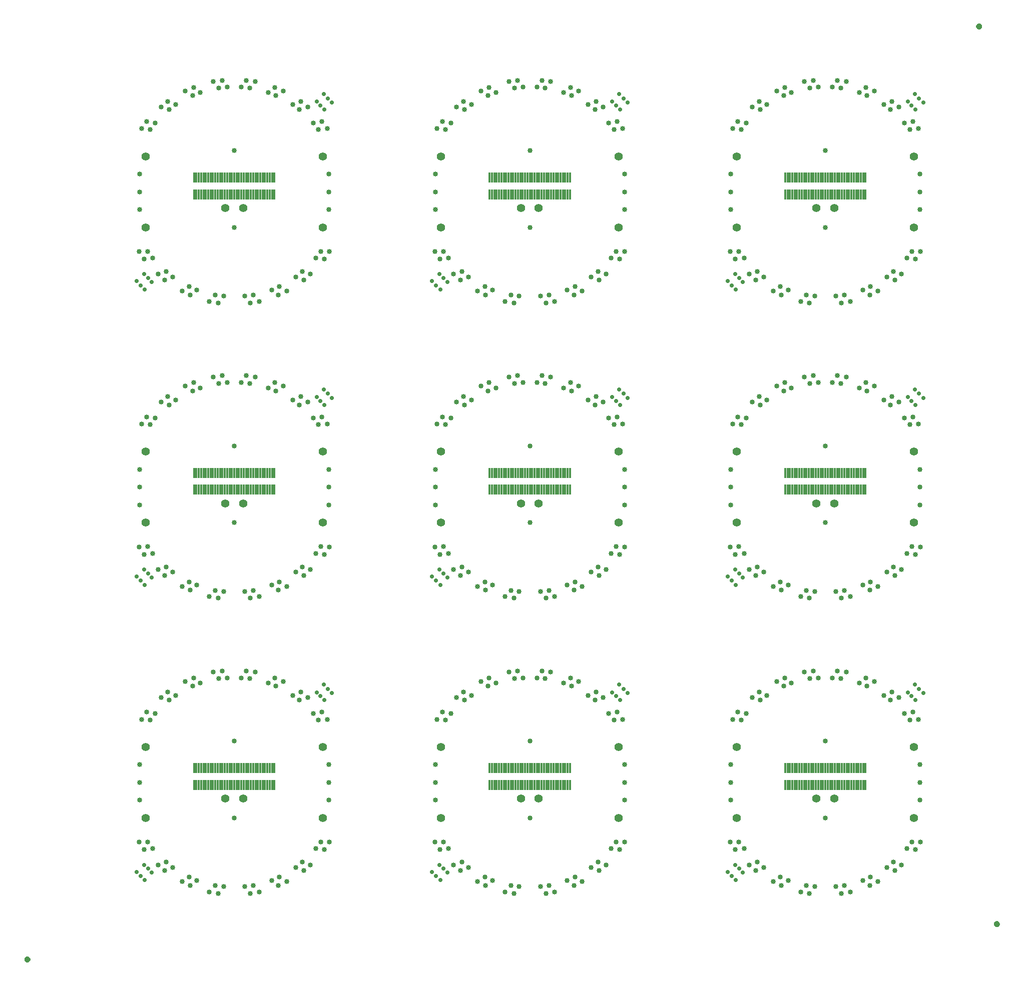
<source format=gts>
G75*
%MOIN*%
%OFA0B0*%
%FSLAX25Y25*%
%IPPOS*%
%LPD*%
%AMOC8*
5,1,8,0,0,1.08239X$1,22.5*
%
%ADD10C,0.05518*%
%ADD11C,0.02762*%
%ADD12C,0.01969*%
%ADD13C,0.03353*%
%ADD14R,0.01187X0.06857*%
D10*
X0100025Y0135458D03*
X0100025Y0182702D03*
X0153175Y0148254D03*
X0164986Y0148254D03*
X0218135Y0135458D03*
X0218135Y0182702D03*
X0296876Y0182702D03*
X0296876Y0135458D03*
X0350025Y0148254D03*
X0361836Y0148254D03*
X0414986Y0135458D03*
X0414986Y0182702D03*
X0493726Y0182702D03*
X0493726Y0135458D03*
X0546876Y0148254D03*
X0558687Y0148254D03*
X0611836Y0135458D03*
X0611836Y0182702D03*
X0611836Y0332309D03*
X0611836Y0379553D03*
X0558687Y0345104D03*
X0546876Y0345104D03*
X0493726Y0332309D03*
X0493726Y0379553D03*
X0414986Y0379553D03*
X0414986Y0332309D03*
X0361836Y0345104D03*
X0350025Y0345104D03*
X0296876Y0332309D03*
X0296876Y0379553D03*
X0218135Y0379553D03*
X0218135Y0332309D03*
X0164986Y0345104D03*
X0153175Y0345104D03*
X0100025Y0332309D03*
X0100025Y0379553D03*
X0100025Y0529159D03*
X0100025Y0576403D03*
X0153175Y0541954D03*
X0164986Y0541954D03*
X0218135Y0529159D03*
X0218135Y0576403D03*
X0296876Y0576403D03*
X0296876Y0529159D03*
X0350025Y0541954D03*
X0361836Y0541954D03*
X0414986Y0529159D03*
X0414986Y0576403D03*
X0493726Y0576403D03*
X0493726Y0529159D03*
X0546876Y0541954D03*
X0558687Y0541954D03*
X0611836Y0529159D03*
X0611836Y0576403D03*
D11*
X0612865Y0607691D03*
X0610221Y0610221D03*
X0607691Y0612865D03*
X0612356Y0617924D03*
X0615140Y0615140D03*
X0617924Y0612356D03*
X0495342Y0495342D03*
X0492697Y0497871D03*
X0487638Y0493206D03*
X0490422Y0490422D03*
X0493206Y0487638D03*
X0497871Y0492697D03*
X0421074Y0415506D03*
X0418290Y0418290D03*
X0415506Y0421074D03*
X0410841Y0416015D03*
X0413370Y0413370D03*
X0416015Y0410841D03*
X0492697Y0301021D03*
X0495342Y0298491D03*
X0497871Y0295847D03*
X0493206Y0290788D03*
X0490422Y0293572D03*
X0487638Y0296356D03*
X0415506Y0224223D03*
X0418290Y0221439D03*
X0421074Y0218655D03*
X0416015Y0213990D03*
X0413370Y0216520D03*
X0410841Y0219164D03*
X0301021Y0295847D03*
X0298491Y0298491D03*
X0295847Y0301021D03*
X0290788Y0296356D03*
X0293572Y0293572D03*
X0296356Y0290788D03*
X0224223Y0218655D03*
X0221439Y0221439D03*
X0218655Y0224223D03*
X0213990Y0219164D03*
X0216520Y0216520D03*
X0219164Y0213990D03*
X0295847Y0104170D03*
X0298491Y0101641D03*
X0301021Y0098996D03*
X0296356Y0093937D03*
X0293572Y0096721D03*
X0290788Y0099505D03*
X0104170Y0098996D03*
X0101641Y0101641D03*
X0098996Y0104170D03*
X0093937Y0099505D03*
X0096721Y0096721D03*
X0099505Y0093937D03*
X0099505Y0290788D03*
X0096721Y0293572D03*
X0093937Y0296356D03*
X0098996Y0301021D03*
X0101641Y0298491D03*
X0104170Y0295847D03*
X0219164Y0410841D03*
X0216520Y0413370D03*
X0213990Y0416015D03*
X0218655Y0421074D03*
X0221439Y0418290D03*
X0224223Y0415506D03*
X0296356Y0487638D03*
X0293572Y0490422D03*
X0290788Y0493206D03*
X0295847Y0497871D03*
X0298491Y0495342D03*
X0301021Y0492697D03*
X0219164Y0607691D03*
X0216520Y0610221D03*
X0213990Y0612865D03*
X0218655Y0617924D03*
X0221439Y0615140D03*
X0224223Y0612356D03*
X0101641Y0495342D03*
X0098996Y0497871D03*
X0093937Y0493206D03*
X0096721Y0490422D03*
X0099505Y0487638D03*
X0104170Y0492697D03*
X0410841Y0612865D03*
X0413370Y0610221D03*
X0416015Y0607691D03*
X0421074Y0612356D03*
X0418290Y0615140D03*
X0415506Y0617924D03*
X0612356Y0421074D03*
X0615140Y0418290D03*
X0617924Y0415506D03*
X0612865Y0410841D03*
X0610221Y0413370D03*
X0607691Y0416015D03*
X0612356Y0224223D03*
X0615140Y0221439D03*
X0617924Y0218655D03*
X0612865Y0213990D03*
X0610221Y0216520D03*
X0607691Y0219164D03*
X0495342Y0101641D03*
X0497871Y0098996D03*
X0493206Y0093937D03*
X0490422Y0096721D03*
X0487638Y0099505D03*
X0492697Y0104170D03*
D12*
X0020301Y0040970D02*
X0020303Y0041032D01*
X0020309Y0041095D01*
X0020319Y0041156D01*
X0020333Y0041217D01*
X0020350Y0041277D01*
X0020371Y0041336D01*
X0020397Y0041393D01*
X0020425Y0041448D01*
X0020457Y0041502D01*
X0020493Y0041553D01*
X0020531Y0041603D01*
X0020573Y0041649D01*
X0020617Y0041693D01*
X0020665Y0041734D01*
X0020714Y0041772D01*
X0020766Y0041806D01*
X0020820Y0041837D01*
X0020876Y0041865D01*
X0020934Y0041889D01*
X0020993Y0041910D01*
X0021053Y0041926D01*
X0021114Y0041939D01*
X0021176Y0041948D01*
X0021238Y0041953D01*
X0021301Y0041954D01*
X0021363Y0041951D01*
X0021425Y0041944D01*
X0021487Y0041933D01*
X0021547Y0041918D01*
X0021607Y0041900D01*
X0021665Y0041878D01*
X0021722Y0041852D01*
X0021777Y0041822D01*
X0021830Y0041789D01*
X0021881Y0041753D01*
X0021929Y0041714D01*
X0021975Y0041671D01*
X0022018Y0041626D01*
X0022058Y0041578D01*
X0022095Y0041528D01*
X0022129Y0041475D01*
X0022160Y0041421D01*
X0022186Y0041365D01*
X0022210Y0041307D01*
X0022229Y0041247D01*
X0022245Y0041187D01*
X0022257Y0041125D01*
X0022265Y0041064D01*
X0022269Y0041001D01*
X0022269Y0040939D01*
X0022265Y0040876D01*
X0022257Y0040815D01*
X0022245Y0040753D01*
X0022229Y0040693D01*
X0022210Y0040633D01*
X0022186Y0040575D01*
X0022160Y0040519D01*
X0022129Y0040465D01*
X0022095Y0040412D01*
X0022058Y0040362D01*
X0022018Y0040314D01*
X0021975Y0040269D01*
X0021929Y0040226D01*
X0021881Y0040187D01*
X0021830Y0040151D01*
X0021777Y0040118D01*
X0021722Y0040088D01*
X0021665Y0040062D01*
X0021607Y0040040D01*
X0021547Y0040022D01*
X0021487Y0040007D01*
X0021425Y0039996D01*
X0021363Y0039989D01*
X0021301Y0039986D01*
X0021238Y0039987D01*
X0021176Y0039992D01*
X0021114Y0040001D01*
X0021053Y0040014D01*
X0020993Y0040030D01*
X0020934Y0040051D01*
X0020876Y0040075D01*
X0020820Y0040103D01*
X0020766Y0040134D01*
X0020714Y0040168D01*
X0020665Y0040206D01*
X0020617Y0040247D01*
X0020573Y0040291D01*
X0020531Y0040337D01*
X0020493Y0040387D01*
X0020457Y0040438D01*
X0020425Y0040492D01*
X0020397Y0040547D01*
X0020371Y0040604D01*
X0020350Y0040663D01*
X0020333Y0040723D01*
X0020319Y0040784D01*
X0020309Y0040845D01*
X0020303Y0040908D01*
X0020301Y0040970D01*
X0654159Y0663017D02*
X0654161Y0663079D01*
X0654167Y0663142D01*
X0654177Y0663203D01*
X0654191Y0663264D01*
X0654208Y0663324D01*
X0654229Y0663383D01*
X0654255Y0663440D01*
X0654283Y0663495D01*
X0654315Y0663549D01*
X0654351Y0663600D01*
X0654389Y0663650D01*
X0654431Y0663696D01*
X0654475Y0663740D01*
X0654523Y0663781D01*
X0654572Y0663819D01*
X0654624Y0663853D01*
X0654678Y0663884D01*
X0654734Y0663912D01*
X0654792Y0663936D01*
X0654851Y0663957D01*
X0654911Y0663973D01*
X0654972Y0663986D01*
X0655034Y0663995D01*
X0655096Y0664000D01*
X0655159Y0664001D01*
X0655221Y0663998D01*
X0655283Y0663991D01*
X0655345Y0663980D01*
X0655405Y0663965D01*
X0655465Y0663947D01*
X0655523Y0663925D01*
X0655580Y0663899D01*
X0655635Y0663869D01*
X0655688Y0663836D01*
X0655739Y0663800D01*
X0655787Y0663761D01*
X0655833Y0663718D01*
X0655876Y0663673D01*
X0655916Y0663625D01*
X0655953Y0663575D01*
X0655987Y0663522D01*
X0656018Y0663468D01*
X0656044Y0663412D01*
X0656068Y0663354D01*
X0656087Y0663294D01*
X0656103Y0663234D01*
X0656115Y0663172D01*
X0656123Y0663111D01*
X0656127Y0663048D01*
X0656127Y0662986D01*
X0656123Y0662923D01*
X0656115Y0662862D01*
X0656103Y0662800D01*
X0656087Y0662740D01*
X0656068Y0662680D01*
X0656044Y0662622D01*
X0656018Y0662566D01*
X0655987Y0662512D01*
X0655953Y0662459D01*
X0655916Y0662409D01*
X0655876Y0662361D01*
X0655833Y0662316D01*
X0655787Y0662273D01*
X0655739Y0662234D01*
X0655688Y0662198D01*
X0655635Y0662165D01*
X0655580Y0662135D01*
X0655523Y0662109D01*
X0655465Y0662087D01*
X0655405Y0662069D01*
X0655345Y0662054D01*
X0655283Y0662043D01*
X0655221Y0662036D01*
X0655159Y0662033D01*
X0655096Y0662034D01*
X0655034Y0662039D01*
X0654972Y0662048D01*
X0654911Y0662061D01*
X0654851Y0662077D01*
X0654792Y0662098D01*
X0654734Y0662122D01*
X0654678Y0662150D01*
X0654624Y0662181D01*
X0654572Y0662215D01*
X0654523Y0662253D01*
X0654475Y0662294D01*
X0654431Y0662338D01*
X0654389Y0662384D01*
X0654351Y0662434D01*
X0654315Y0662485D01*
X0654283Y0662539D01*
X0654255Y0662594D01*
X0654229Y0662651D01*
X0654208Y0662710D01*
X0654191Y0662770D01*
X0654177Y0662831D01*
X0654167Y0662892D01*
X0654161Y0662955D01*
X0654159Y0663017D01*
X0665970Y0064592D02*
X0665972Y0064654D01*
X0665978Y0064717D01*
X0665988Y0064778D01*
X0666002Y0064839D01*
X0666019Y0064899D01*
X0666040Y0064958D01*
X0666066Y0065015D01*
X0666094Y0065070D01*
X0666126Y0065124D01*
X0666162Y0065175D01*
X0666200Y0065225D01*
X0666242Y0065271D01*
X0666286Y0065315D01*
X0666334Y0065356D01*
X0666383Y0065394D01*
X0666435Y0065428D01*
X0666489Y0065459D01*
X0666545Y0065487D01*
X0666603Y0065511D01*
X0666662Y0065532D01*
X0666722Y0065548D01*
X0666783Y0065561D01*
X0666845Y0065570D01*
X0666907Y0065575D01*
X0666970Y0065576D01*
X0667032Y0065573D01*
X0667094Y0065566D01*
X0667156Y0065555D01*
X0667216Y0065540D01*
X0667276Y0065522D01*
X0667334Y0065500D01*
X0667391Y0065474D01*
X0667446Y0065444D01*
X0667499Y0065411D01*
X0667550Y0065375D01*
X0667598Y0065336D01*
X0667644Y0065293D01*
X0667687Y0065248D01*
X0667727Y0065200D01*
X0667764Y0065150D01*
X0667798Y0065097D01*
X0667829Y0065043D01*
X0667855Y0064987D01*
X0667879Y0064929D01*
X0667898Y0064869D01*
X0667914Y0064809D01*
X0667926Y0064747D01*
X0667934Y0064686D01*
X0667938Y0064623D01*
X0667938Y0064561D01*
X0667934Y0064498D01*
X0667926Y0064437D01*
X0667914Y0064375D01*
X0667898Y0064315D01*
X0667879Y0064255D01*
X0667855Y0064197D01*
X0667829Y0064141D01*
X0667798Y0064087D01*
X0667764Y0064034D01*
X0667727Y0063984D01*
X0667687Y0063936D01*
X0667644Y0063891D01*
X0667598Y0063848D01*
X0667550Y0063809D01*
X0667499Y0063773D01*
X0667446Y0063740D01*
X0667391Y0063710D01*
X0667334Y0063684D01*
X0667276Y0063662D01*
X0667216Y0063644D01*
X0667156Y0063629D01*
X0667094Y0063618D01*
X0667032Y0063611D01*
X0666970Y0063608D01*
X0666907Y0063609D01*
X0666845Y0063614D01*
X0666783Y0063623D01*
X0666722Y0063636D01*
X0666662Y0063652D01*
X0666603Y0063673D01*
X0666545Y0063697D01*
X0666489Y0063725D01*
X0666435Y0063756D01*
X0666383Y0063790D01*
X0666334Y0063828D01*
X0666286Y0063869D01*
X0666242Y0063913D01*
X0666200Y0063959D01*
X0666162Y0064009D01*
X0666126Y0064060D01*
X0666094Y0064114D01*
X0666066Y0064169D01*
X0666040Y0064226D01*
X0666019Y0064285D01*
X0666002Y0064345D01*
X0665988Y0064406D01*
X0665978Y0064467D01*
X0665972Y0064530D01*
X0665970Y0064592D01*
D13*
X0612686Y0114292D03*
X0610343Y0119404D03*
X0606988Y0114928D03*
X0616040Y0119189D03*
X0603560Y0104175D03*
X0598112Y0105857D03*
X0593713Y0102403D03*
X0599052Y0100314D03*
X0587619Y0092904D03*
X0582792Y0095939D03*
X0577649Y0093740D03*
X0582266Y0090340D03*
X0569304Y0086142D03*
X0565427Y0090323D03*
X0559891Y0089530D03*
X0563470Y0085051D03*
X0545672Y0089530D03*
X0540135Y0090323D03*
X0542092Y0085051D03*
X0536258Y0086142D03*
X0527913Y0093740D03*
X0522770Y0095939D03*
X0523296Y0090340D03*
X0517943Y0092904D03*
X0511849Y0102403D03*
X0507450Y0105857D03*
X0506510Y0100314D03*
X0502003Y0104175D03*
X0498575Y0114928D03*
X0495220Y0119404D03*
X0492877Y0114292D03*
X0489522Y0119189D03*
X0489789Y0147269D03*
X0489789Y0159080D03*
X0489789Y0170891D03*
X0490953Y0201155D03*
X0496639Y0200742D03*
X0500148Y0205097D03*
X0494476Y0205932D03*
X0503950Y0215724D03*
X0509335Y0213853D03*
X0513852Y0217152D03*
X0508589Y0219426D03*
X0520274Y0226432D03*
X0524992Y0223231D03*
X0530208Y0225248D03*
X0525713Y0228807D03*
X0538814Y0232551D03*
X0542542Y0228238D03*
X0548103Y0228836D03*
X0544682Y0233437D03*
X0557459Y0228836D03*
X0563020Y0228238D03*
X0560880Y0233437D03*
X0566748Y0232551D03*
X0575354Y0225248D03*
X0580570Y0223231D03*
X0579849Y0228807D03*
X0585288Y0226432D03*
X0591710Y0217152D03*
X0596227Y0213853D03*
X0596973Y0219426D03*
X0601613Y0215724D03*
X0605414Y0205097D03*
X0608923Y0200742D03*
X0611086Y0205932D03*
X0614609Y0201155D03*
X0615773Y0170891D03*
X0615773Y0159080D03*
X0615773Y0147269D03*
X0552781Y0135458D03*
X0552781Y0186639D03*
X0542092Y0281902D03*
X0540135Y0287173D03*
X0545672Y0286381D03*
X0536258Y0282992D03*
X0527913Y0290591D03*
X0522770Y0292789D03*
X0523296Y0287191D03*
X0517943Y0289754D03*
X0506510Y0297164D03*
X0507450Y0302708D03*
X0511849Y0299253D03*
X0502003Y0301026D03*
X0498575Y0311779D03*
X0495220Y0316254D03*
X0492877Y0311143D03*
X0489522Y0316039D03*
X0489789Y0344120D03*
X0489789Y0355931D03*
X0489789Y0367742D03*
X0490953Y0398006D03*
X0496639Y0397592D03*
X0500148Y0401948D03*
X0494476Y0402782D03*
X0503950Y0412574D03*
X0509335Y0410703D03*
X0513852Y0414002D03*
X0508589Y0416276D03*
X0520274Y0423283D03*
X0524992Y0420081D03*
X0530208Y0422099D03*
X0525713Y0425658D03*
X0538814Y0429401D03*
X0542542Y0425088D03*
X0548103Y0425686D03*
X0544682Y0430287D03*
X0557459Y0425686D03*
X0563020Y0425088D03*
X0560880Y0430287D03*
X0566748Y0429401D03*
X0575354Y0422099D03*
X0580570Y0420081D03*
X0579849Y0425658D03*
X0585288Y0423283D03*
X0591710Y0414002D03*
X0596227Y0410703D03*
X0596973Y0416276D03*
X0601613Y0412574D03*
X0605414Y0401948D03*
X0608923Y0397592D03*
X0611086Y0402782D03*
X0614609Y0398006D03*
X0615773Y0367742D03*
X0615773Y0355931D03*
X0615773Y0344120D03*
X0616040Y0316039D03*
X0610343Y0316254D03*
X0606988Y0311779D03*
X0612686Y0311143D03*
X0603560Y0301026D03*
X0598112Y0302708D03*
X0593713Y0299253D03*
X0599052Y0297164D03*
X0587619Y0289754D03*
X0582792Y0292789D03*
X0577649Y0290591D03*
X0582266Y0287191D03*
X0569304Y0282992D03*
X0565427Y0287173D03*
X0559891Y0286381D03*
X0563470Y0281902D03*
X0552781Y0332309D03*
X0552781Y0383490D03*
X0542092Y0478752D03*
X0540135Y0484023D03*
X0545672Y0483231D03*
X0536258Y0479843D03*
X0527913Y0487441D03*
X0522770Y0489639D03*
X0523296Y0484041D03*
X0517943Y0486605D03*
X0511849Y0496104D03*
X0507450Y0499558D03*
X0506510Y0494015D03*
X0502003Y0497876D03*
X0498575Y0508629D03*
X0495220Y0513104D03*
X0492877Y0507993D03*
X0489522Y0512889D03*
X0489789Y0540970D03*
X0489789Y0552781D03*
X0489789Y0564592D03*
X0490953Y0594856D03*
X0496639Y0594443D03*
X0500148Y0598798D03*
X0494476Y0599633D03*
X0503950Y0609425D03*
X0509335Y0607554D03*
X0513852Y0610852D03*
X0508589Y0613127D03*
X0520274Y0620133D03*
X0524992Y0616932D03*
X0530208Y0618949D03*
X0525713Y0622508D03*
X0538814Y0626252D03*
X0542542Y0621938D03*
X0548103Y0622537D03*
X0544682Y0627138D03*
X0557459Y0622537D03*
X0563020Y0621938D03*
X0560880Y0627138D03*
X0566748Y0626252D03*
X0575354Y0618949D03*
X0580570Y0616932D03*
X0579849Y0622508D03*
X0585288Y0620133D03*
X0596973Y0613127D03*
X0596227Y0607554D03*
X0591710Y0610852D03*
X0601613Y0609425D03*
X0605414Y0598798D03*
X0608923Y0594443D03*
X0611086Y0599633D03*
X0614609Y0594856D03*
X0615773Y0564592D03*
X0615773Y0552781D03*
X0615773Y0540970D03*
X0616040Y0512889D03*
X0610343Y0513104D03*
X0606988Y0508629D03*
X0612686Y0507993D03*
X0603560Y0497876D03*
X0598112Y0499558D03*
X0593713Y0496104D03*
X0599052Y0494015D03*
X0587619Y0486605D03*
X0582792Y0489639D03*
X0577649Y0487441D03*
X0582266Y0484041D03*
X0569304Y0479843D03*
X0565427Y0484023D03*
X0559891Y0483231D03*
X0563470Y0478752D03*
X0552781Y0529159D03*
X0552781Y0580340D03*
X0418923Y0564592D03*
X0418923Y0552781D03*
X0418923Y0540970D03*
X0419189Y0512889D03*
X0413492Y0513104D03*
X0410137Y0508629D03*
X0415835Y0507993D03*
X0406709Y0497876D03*
X0401262Y0499558D03*
X0396863Y0496104D03*
X0402202Y0494015D03*
X0390769Y0486605D03*
X0385942Y0489639D03*
X0380799Y0487441D03*
X0385415Y0484041D03*
X0372454Y0479843D03*
X0368577Y0484023D03*
X0363040Y0483231D03*
X0366620Y0478752D03*
X0348821Y0483231D03*
X0343284Y0484023D03*
X0345242Y0478752D03*
X0339408Y0479843D03*
X0331063Y0487441D03*
X0325919Y0489639D03*
X0326446Y0484041D03*
X0321093Y0486605D03*
X0314999Y0496104D03*
X0310600Y0499558D03*
X0309659Y0494015D03*
X0305152Y0497876D03*
X0301724Y0508629D03*
X0298369Y0513104D03*
X0296026Y0507993D03*
X0292672Y0512889D03*
X0292939Y0540970D03*
X0292939Y0552781D03*
X0292939Y0564592D03*
X0294103Y0594856D03*
X0299789Y0594443D03*
X0303298Y0598798D03*
X0297626Y0599633D03*
X0307099Y0609425D03*
X0312485Y0607554D03*
X0317002Y0610852D03*
X0311739Y0613127D03*
X0323424Y0620133D03*
X0328141Y0616932D03*
X0333358Y0618949D03*
X0328863Y0622508D03*
X0341963Y0626252D03*
X0345692Y0621938D03*
X0351253Y0622537D03*
X0347832Y0627138D03*
X0360609Y0622537D03*
X0366170Y0621938D03*
X0364030Y0627138D03*
X0369898Y0626252D03*
X0378503Y0618949D03*
X0383720Y0616932D03*
X0382999Y0622508D03*
X0388438Y0620133D03*
X0394860Y0610852D03*
X0399377Y0607554D03*
X0400123Y0613127D03*
X0404762Y0609425D03*
X0408563Y0598798D03*
X0412072Y0594443D03*
X0414236Y0599633D03*
X0417759Y0594856D03*
X0355931Y0580340D03*
X0355931Y0529159D03*
X0364030Y0430287D03*
X0366170Y0425088D03*
X0360609Y0425686D03*
X0351253Y0425686D03*
X0345692Y0425088D03*
X0347832Y0430287D03*
X0341963Y0429401D03*
X0333358Y0422099D03*
X0328141Y0420081D03*
X0328863Y0425658D03*
X0323424Y0423283D03*
X0317002Y0414002D03*
X0312485Y0410703D03*
X0311739Y0416276D03*
X0307099Y0412574D03*
X0303298Y0401948D03*
X0299789Y0397592D03*
X0297626Y0402782D03*
X0294103Y0398006D03*
X0292939Y0367742D03*
X0292939Y0355931D03*
X0292939Y0344120D03*
X0292672Y0316039D03*
X0298369Y0316254D03*
X0301724Y0311779D03*
X0296026Y0311143D03*
X0305152Y0301026D03*
X0310600Y0302708D03*
X0314999Y0299253D03*
X0309659Y0297164D03*
X0321093Y0289754D03*
X0325919Y0292789D03*
X0331063Y0290591D03*
X0326446Y0287191D03*
X0339408Y0282992D03*
X0343284Y0287173D03*
X0348821Y0286381D03*
X0345242Y0281902D03*
X0363040Y0286381D03*
X0368577Y0287173D03*
X0366620Y0281902D03*
X0372454Y0282992D03*
X0380799Y0290591D03*
X0385942Y0292789D03*
X0385415Y0287191D03*
X0390769Y0289754D03*
X0396863Y0299253D03*
X0401262Y0302708D03*
X0402202Y0297164D03*
X0406709Y0301026D03*
X0410137Y0311779D03*
X0413492Y0316254D03*
X0415835Y0311143D03*
X0419189Y0316039D03*
X0418923Y0344120D03*
X0418923Y0355931D03*
X0418923Y0367742D03*
X0417759Y0398006D03*
X0412072Y0397592D03*
X0408563Y0401948D03*
X0414236Y0402782D03*
X0404762Y0412574D03*
X0399377Y0410703D03*
X0394860Y0414002D03*
X0400123Y0416276D03*
X0388438Y0423283D03*
X0383720Y0420081D03*
X0378503Y0422099D03*
X0382999Y0425658D03*
X0369898Y0429401D03*
X0355931Y0383490D03*
X0355931Y0332309D03*
X0364030Y0233437D03*
X0366170Y0228238D03*
X0360609Y0228836D03*
X0351253Y0228836D03*
X0345692Y0228238D03*
X0347832Y0233437D03*
X0341963Y0232551D03*
X0333358Y0225248D03*
X0328141Y0223231D03*
X0328863Y0228807D03*
X0323424Y0226432D03*
X0317002Y0217152D03*
X0312485Y0213853D03*
X0311739Y0219426D03*
X0307099Y0215724D03*
X0303298Y0205097D03*
X0299789Y0200742D03*
X0297626Y0205932D03*
X0294103Y0201155D03*
X0292939Y0170891D03*
X0292939Y0159080D03*
X0292939Y0147269D03*
X0292672Y0119189D03*
X0298369Y0119404D03*
X0301724Y0114928D03*
X0296026Y0114292D03*
X0305152Y0104175D03*
X0310600Y0105857D03*
X0314999Y0102403D03*
X0309659Y0100314D03*
X0321093Y0092904D03*
X0325919Y0095939D03*
X0331063Y0093740D03*
X0326446Y0090340D03*
X0339408Y0086142D03*
X0343284Y0090323D03*
X0348821Y0089530D03*
X0345242Y0085051D03*
X0363040Y0089530D03*
X0368577Y0090323D03*
X0366620Y0085051D03*
X0372454Y0086142D03*
X0380799Y0093740D03*
X0385942Y0095939D03*
X0385415Y0090340D03*
X0390769Y0092904D03*
X0396863Y0102403D03*
X0401262Y0105857D03*
X0402202Y0100314D03*
X0406709Y0104175D03*
X0410137Y0114928D03*
X0413492Y0119404D03*
X0415835Y0114292D03*
X0419189Y0119189D03*
X0418923Y0147269D03*
X0418923Y0159080D03*
X0418923Y0170891D03*
X0417759Y0201155D03*
X0412072Y0200742D03*
X0408563Y0205097D03*
X0414236Y0205932D03*
X0404762Y0215724D03*
X0399377Y0213853D03*
X0394860Y0217152D03*
X0400123Y0219426D03*
X0388438Y0226432D03*
X0383720Y0223231D03*
X0378503Y0225248D03*
X0382999Y0228807D03*
X0369898Y0232551D03*
X0355931Y0186639D03*
X0355931Y0135458D03*
X0222072Y0147269D03*
X0222072Y0159080D03*
X0222072Y0170891D03*
X0220908Y0201155D03*
X0215222Y0200742D03*
X0211713Y0205097D03*
X0217385Y0205932D03*
X0207912Y0215724D03*
X0202526Y0213853D03*
X0198009Y0217152D03*
X0203272Y0219426D03*
X0191587Y0226432D03*
X0186870Y0223231D03*
X0181653Y0225248D03*
X0186148Y0228807D03*
X0173048Y0232551D03*
X0169319Y0228238D03*
X0163758Y0228836D03*
X0167179Y0233437D03*
X0154402Y0228836D03*
X0148841Y0228238D03*
X0150982Y0233437D03*
X0145113Y0232551D03*
X0136508Y0225248D03*
X0131291Y0223231D03*
X0132013Y0228807D03*
X0126573Y0226432D03*
X0120151Y0217152D03*
X0115634Y0213853D03*
X0114888Y0219426D03*
X0110249Y0215724D03*
X0106448Y0205097D03*
X0102939Y0200742D03*
X0100775Y0205932D03*
X0097252Y0201155D03*
X0096088Y0170891D03*
X0096088Y0159080D03*
X0096088Y0147269D03*
X0095822Y0119189D03*
X0101519Y0119404D03*
X0104874Y0114928D03*
X0099176Y0114292D03*
X0108302Y0104175D03*
X0113749Y0105857D03*
X0118148Y0102403D03*
X0112809Y0100314D03*
X0124243Y0092904D03*
X0129069Y0095939D03*
X0134212Y0093740D03*
X0129596Y0090340D03*
X0142557Y0086142D03*
X0146434Y0090323D03*
X0151971Y0089530D03*
X0148391Y0085051D03*
X0166190Y0089530D03*
X0171727Y0090323D03*
X0169769Y0085051D03*
X0175603Y0086142D03*
X0183949Y0093740D03*
X0189092Y0095939D03*
X0188565Y0090340D03*
X0193918Y0092904D03*
X0200012Y0102403D03*
X0204411Y0105857D03*
X0205352Y0100314D03*
X0209859Y0104175D03*
X0213287Y0114928D03*
X0216642Y0119404D03*
X0218985Y0114292D03*
X0222339Y0119189D03*
X0159080Y0135458D03*
X0159080Y0186639D03*
X0148391Y0281902D03*
X0146434Y0287173D03*
X0151971Y0286381D03*
X0142557Y0282992D03*
X0134212Y0290591D03*
X0129069Y0292789D03*
X0129596Y0287191D03*
X0124243Y0289754D03*
X0118148Y0299253D03*
X0113749Y0302708D03*
X0112809Y0297164D03*
X0108302Y0301026D03*
X0104874Y0311779D03*
X0101519Y0316254D03*
X0099176Y0311143D03*
X0095822Y0316039D03*
X0096088Y0344120D03*
X0096088Y0355931D03*
X0096088Y0367742D03*
X0097252Y0398006D03*
X0102939Y0397592D03*
X0106448Y0401948D03*
X0100775Y0402782D03*
X0110249Y0412574D03*
X0115634Y0410703D03*
X0120151Y0414002D03*
X0114888Y0416276D03*
X0126573Y0423283D03*
X0131291Y0420081D03*
X0136508Y0422099D03*
X0132013Y0425658D03*
X0145113Y0429401D03*
X0148841Y0425088D03*
X0154402Y0425686D03*
X0150982Y0430287D03*
X0163758Y0425686D03*
X0169319Y0425088D03*
X0167179Y0430287D03*
X0173048Y0429401D03*
X0181653Y0422099D03*
X0186870Y0420081D03*
X0186148Y0425658D03*
X0191587Y0423283D03*
X0198009Y0414002D03*
X0202526Y0410703D03*
X0203272Y0416276D03*
X0207912Y0412574D03*
X0211713Y0401948D03*
X0215222Y0397592D03*
X0217385Y0402782D03*
X0220908Y0398006D03*
X0222072Y0367742D03*
X0222072Y0355931D03*
X0222072Y0344120D03*
X0222339Y0316039D03*
X0216642Y0316254D03*
X0213287Y0311779D03*
X0218985Y0311143D03*
X0209859Y0301026D03*
X0204411Y0302708D03*
X0200012Y0299253D03*
X0205352Y0297164D03*
X0193918Y0289754D03*
X0189092Y0292789D03*
X0183949Y0290591D03*
X0188565Y0287191D03*
X0175603Y0282992D03*
X0171727Y0287173D03*
X0166190Y0286381D03*
X0169769Y0281902D03*
X0159080Y0332309D03*
X0159080Y0383490D03*
X0148391Y0478752D03*
X0146434Y0484023D03*
X0151971Y0483231D03*
X0142557Y0479843D03*
X0134212Y0487441D03*
X0129069Y0489639D03*
X0129596Y0484041D03*
X0124243Y0486605D03*
X0118148Y0496104D03*
X0113749Y0499558D03*
X0112809Y0494015D03*
X0108302Y0497876D03*
X0104874Y0508629D03*
X0101519Y0513104D03*
X0099176Y0507993D03*
X0095822Y0512889D03*
X0096088Y0540970D03*
X0096088Y0552781D03*
X0096088Y0564592D03*
X0097252Y0594856D03*
X0102939Y0594443D03*
X0106448Y0598798D03*
X0100775Y0599633D03*
X0110249Y0609425D03*
X0115634Y0607554D03*
X0120151Y0610852D03*
X0114888Y0613127D03*
X0126573Y0620133D03*
X0131291Y0616932D03*
X0136508Y0618949D03*
X0132013Y0622508D03*
X0145113Y0626252D03*
X0148841Y0621938D03*
X0154402Y0622537D03*
X0150982Y0627138D03*
X0163758Y0622537D03*
X0169319Y0621938D03*
X0167179Y0627138D03*
X0173048Y0626252D03*
X0181653Y0618949D03*
X0186870Y0616932D03*
X0186148Y0622508D03*
X0191587Y0620133D03*
X0198009Y0610852D03*
X0202526Y0607554D03*
X0203272Y0613127D03*
X0207912Y0609425D03*
X0211713Y0598798D03*
X0215222Y0594443D03*
X0217385Y0599633D03*
X0220908Y0594856D03*
X0222072Y0564592D03*
X0222072Y0552781D03*
X0222072Y0540970D03*
X0222339Y0512889D03*
X0216642Y0513104D03*
X0213287Y0508629D03*
X0218985Y0507993D03*
X0209859Y0497876D03*
X0204411Y0499558D03*
X0200012Y0496104D03*
X0205352Y0494015D03*
X0193918Y0486605D03*
X0189092Y0489639D03*
X0183949Y0487441D03*
X0188565Y0484041D03*
X0175603Y0479843D03*
X0171727Y0484023D03*
X0166190Y0483231D03*
X0169769Y0478752D03*
X0159080Y0529159D03*
X0159080Y0580340D03*
D14*
X0159080Y0562309D03*
X0157506Y0562309D03*
X0155931Y0562309D03*
X0154356Y0562309D03*
X0152781Y0562309D03*
X0151206Y0562309D03*
X0149631Y0562309D03*
X0148057Y0562309D03*
X0146482Y0562309D03*
X0144907Y0562309D03*
X0143332Y0562309D03*
X0141757Y0562309D03*
X0140183Y0562309D03*
X0138608Y0562309D03*
X0137033Y0562309D03*
X0135458Y0562309D03*
X0133883Y0562309D03*
X0132309Y0562309D03*
X0132309Y0551128D03*
X0133883Y0551128D03*
X0135458Y0551128D03*
X0137033Y0551128D03*
X0138608Y0551128D03*
X0140183Y0551128D03*
X0141757Y0551128D03*
X0143332Y0551128D03*
X0144907Y0551128D03*
X0146482Y0551128D03*
X0148057Y0551128D03*
X0149631Y0551128D03*
X0151206Y0551128D03*
X0152781Y0551128D03*
X0154356Y0551128D03*
X0155931Y0551128D03*
X0157506Y0551128D03*
X0159080Y0551128D03*
X0160655Y0551128D03*
X0162230Y0551128D03*
X0163805Y0551128D03*
X0165380Y0551128D03*
X0166954Y0551128D03*
X0168529Y0551128D03*
X0170104Y0551128D03*
X0171679Y0551128D03*
X0173254Y0551128D03*
X0174828Y0551128D03*
X0176403Y0551128D03*
X0177978Y0551128D03*
X0179553Y0551128D03*
X0181128Y0551128D03*
X0182702Y0551128D03*
X0184277Y0551128D03*
X0185852Y0551128D03*
X0185852Y0562309D03*
X0184277Y0562309D03*
X0182702Y0562309D03*
X0181128Y0562309D03*
X0179553Y0562309D03*
X0177978Y0562309D03*
X0176403Y0562309D03*
X0174828Y0562309D03*
X0173254Y0562309D03*
X0171679Y0562309D03*
X0170104Y0562309D03*
X0168529Y0562309D03*
X0166954Y0562309D03*
X0165380Y0562309D03*
X0163805Y0562309D03*
X0162230Y0562309D03*
X0160655Y0562309D03*
X0329159Y0562309D03*
X0330734Y0562309D03*
X0332309Y0562309D03*
X0333883Y0562309D03*
X0335458Y0562309D03*
X0337033Y0562309D03*
X0338608Y0562309D03*
X0340183Y0562309D03*
X0341757Y0562309D03*
X0343332Y0562309D03*
X0344907Y0562309D03*
X0346482Y0562309D03*
X0348057Y0562309D03*
X0349631Y0562309D03*
X0351206Y0562309D03*
X0352781Y0562309D03*
X0354356Y0562309D03*
X0355931Y0562309D03*
X0357506Y0562309D03*
X0359080Y0562309D03*
X0360655Y0562309D03*
X0362230Y0562309D03*
X0363805Y0562309D03*
X0365380Y0562309D03*
X0366954Y0562309D03*
X0368529Y0562309D03*
X0370104Y0562309D03*
X0371679Y0562309D03*
X0373254Y0562309D03*
X0374828Y0562309D03*
X0376403Y0562309D03*
X0377978Y0562309D03*
X0379553Y0562309D03*
X0381128Y0562309D03*
X0382702Y0562309D03*
X0382702Y0551128D03*
X0381128Y0551128D03*
X0379553Y0551128D03*
X0377978Y0551128D03*
X0376403Y0551128D03*
X0374828Y0551128D03*
X0373254Y0551128D03*
X0371679Y0551128D03*
X0370104Y0551128D03*
X0368529Y0551128D03*
X0366954Y0551128D03*
X0365380Y0551128D03*
X0363805Y0551128D03*
X0362230Y0551128D03*
X0360655Y0551128D03*
X0359080Y0551128D03*
X0357506Y0551128D03*
X0355931Y0551128D03*
X0354356Y0551128D03*
X0352781Y0551128D03*
X0351206Y0551128D03*
X0349631Y0551128D03*
X0348057Y0551128D03*
X0346482Y0551128D03*
X0344907Y0551128D03*
X0343332Y0551128D03*
X0341757Y0551128D03*
X0340183Y0551128D03*
X0338608Y0551128D03*
X0337033Y0551128D03*
X0335458Y0551128D03*
X0333883Y0551128D03*
X0332309Y0551128D03*
X0330734Y0551128D03*
X0329159Y0551128D03*
X0329159Y0365458D03*
X0330734Y0365458D03*
X0332309Y0365458D03*
X0333883Y0365458D03*
X0335458Y0365458D03*
X0337033Y0365458D03*
X0338608Y0365458D03*
X0340183Y0365458D03*
X0341757Y0365458D03*
X0343332Y0365458D03*
X0344907Y0365458D03*
X0346482Y0365458D03*
X0348057Y0365458D03*
X0349631Y0365458D03*
X0351206Y0365458D03*
X0352781Y0365458D03*
X0354356Y0365458D03*
X0355931Y0365458D03*
X0357506Y0365458D03*
X0359080Y0365458D03*
X0360655Y0365458D03*
X0362230Y0365458D03*
X0363805Y0365458D03*
X0365380Y0365458D03*
X0366954Y0365458D03*
X0368529Y0365458D03*
X0370104Y0365458D03*
X0371679Y0365458D03*
X0373254Y0365458D03*
X0374828Y0365458D03*
X0376403Y0365458D03*
X0377978Y0365458D03*
X0379553Y0365458D03*
X0381128Y0365458D03*
X0382702Y0365458D03*
X0382702Y0354277D03*
X0381128Y0354277D03*
X0379553Y0354277D03*
X0377978Y0354277D03*
X0376403Y0354277D03*
X0374828Y0354277D03*
X0373254Y0354277D03*
X0371679Y0354277D03*
X0370104Y0354277D03*
X0368529Y0354277D03*
X0366954Y0354277D03*
X0365380Y0354277D03*
X0363805Y0354277D03*
X0362230Y0354277D03*
X0360655Y0354277D03*
X0359080Y0354277D03*
X0357506Y0354277D03*
X0355931Y0354277D03*
X0354356Y0354277D03*
X0352781Y0354277D03*
X0351206Y0354277D03*
X0349631Y0354277D03*
X0348057Y0354277D03*
X0346482Y0354277D03*
X0344907Y0354277D03*
X0343332Y0354277D03*
X0341757Y0354277D03*
X0340183Y0354277D03*
X0338608Y0354277D03*
X0337033Y0354277D03*
X0335458Y0354277D03*
X0333883Y0354277D03*
X0332309Y0354277D03*
X0330734Y0354277D03*
X0329159Y0354277D03*
X0185852Y0354277D03*
X0184277Y0354277D03*
X0182702Y0354277D03*
X0181128Y0354277D03*
X0179553Y0354277D03*
X0177978Y0354277D03*
X0176403Y0354277D03*
X0174828Y0354277D03*
X0173254Y0354277D03*
X0171679Y0354277D03*
X0170104Y0354277D03*
X0168529Y0354277D03*
X0166954Y0354277D03*
X0165380Y0354277D03*
X0163805Y0354277D03*
X0162230Y0354277D03*
X0160655Y0354277D03*
X0159080Y0354277D03*
X0157506Y0354277D03*
X0155931Y0354277D03*
X0154356Y0354277D03*
X0152781Y0354277D03*
X0151206Y0354277D03*
X0149631Y0354277D03*
X0148057Y0354277D03*
X0146482Y0354277D03*
X0144907Y0354277D03*
X0143332Y0354277D03*
X0141757Y0354277D03*
X0140183Y0354277D03*
X0138608Y0354277D03*
X0137033Y0354277D03*
X0135458Y0354277D03*
X0133883Y0354277D03*
X0132309Y0354277D03*
X0132309Y0365458D03*
X0133883Y0365458D03*
X0135458Y0365458D03*
X0137033Y0365458D03*
X0138608Y0365458D03*
X0140183Y0365458D03*
X0141757Y0365458D03*
X0143332Y0365458D03*
X0144907Y0365458D03*
X0146482Y0365458D03*
X0148057Y0365458D03*
X0149631Y0365458D03*
X0151206Y0365458D03*
X0152781Y0365458D03*
X0154356Y0365458D03*
X0155931Y0365458D03*
X0157506Y0365458D03*
X0159080Y0365458D03*
X0160655Y0365458D03*
X0162230Y0365458D03*
X0163805Y0365458D03*
X0165380Y0365458D03*
X0166954Y0365458D03*
X0168529Y0365458D03*
X0170104Y0365458D03*
X0171679Y0365458D03*
X0173254Y0365458D03*
X0174828Y0365458D03*
X0176403Y0365458D03*
X0177978Y0365458D03*
X0179553Y0365458D03*
X0181128Y0365458D03*
X0182702Y0365458D03*
X0184277Y0365458D03*
X0185852Y0365458D03*
X0185852Y0168608D03*
X0184277Y0168608D03*
X0182702Y0168608D03*
X0181128Y0168608D03*
X0179553Y0168608D03*
X0177978Y0168608D03*
X0176403Y0168608D03*
X0174828Y0168608D03*
X0173254Y0168608D03*
X0171679Y0168608D03*
X0170104Y0168608D03*
X0168529Y0168608D03*
X0166954Y0168608D03*
X0165380Y0168608D03*
X0163805Y0168608D03*
X0162230Y0168608D03*
X0160655Y0168608D03*
X0159080Y0168608D03*
X0157506Y0168608D03*
X0155931Y0168608D03*
X0154356Y0168608D03*
X0152781Y0168608D03*
X0151206Y0168608D03*
X0149631Y0168608D03*
X0148057Y0168608D03*
X0146482Y0168608D03*
X0144907Y0168608D03*
X0143332Y0168608D03*
X0141757Y0168608D03*
X0140183Y0168608D03*
X0138608Y0168608D03*
X0137033Y0168608D03*
X0135458Y0168608D03*
X0133883Y0168608D03*
X0132309Y0168608D03*
X0132309Y0157427D03*
X0133883Y0157427D03*
X0135458Y0157427D03*
X0137033Y0157427D03*
X0138608Y0157427D03*
X0140183Y0157427D03*
X0141757Y0157427D03*
X0143332Y0157427D03*
X0144907Y0157427D03*
X0146482Y0157427D03*
X0148057Y0157427D03*
X0149631Y0157427D03*
X0151206Y0157427D03*
X0152781Y0157427D03*
X0154356Y0157427D03*
X0155931Y0157427D03*
X0157506Y0157427D03*
X0159080Y0157427D03*
X0160655Y0157427D03*
X0162230Y0157427D03*
X0163805Y0157427D03*
X0165380Y0157427D03*
X0166954Y0157427D03*
X0168529Y0157427D03*
X0170104Y0157427D03*
X0171679Y0157427D03*
X0173254Y0157427D03*
X0174828Y0157427D03*
X0176403Y0157427D03*
X0177978Y0157427D03*
X0179553Y0157427D03*
X0181128Y0157427D03*
X0182702Y0157427D03*
X0184277Y0157427D03*
X0185852Y0157427D03*
X0329159Y0157427D03*
X0330734Y0157427D03*
X0332309Y0157427D03*
X0333883Y0157427D03*
X0335458Y0157427D03*
X0337033Y0157427D03*
X0338608Y0157427D03*
X0340183Y0157427D03*
X0341757Y0157427D03*
X0343332Y0157427D03*
X0344907Y0157427D03*
X0346482Y0157427D03*
X0348057Y0157427D03*
X0349631Y0157427D03*
X0351206Y0157427D03*
X0352781Y0157427D03*
X0354356Y0157427D03*
X0355931Y0157427D03*
X0357506Y0157427D03*
X0359080Y0157427D03*
X0360655Y0157427D03*
X0362230Y0157427D03*
X0363805Y0157427D03*
X0365380Y0157427D03*
X0366954Y0157427D03*
X0368529Y0157427D03*
X0370104Y0157427D03*
X0371679Y0157427D03*
X0373254Y0157427D03*
X0374828Y0157427D03*
X0376403Y0157427D03*
X0377978Y0157427D03*
X0379553Y0157427D03*
X0381128Y0157427D03*
X0382702Y0157427D03*
X0382702Y0168608D03*
X0381128Y0168608D03*
X0379553Y0168608D03*
X0377978Y0168608D03*
X0376403Y0168608D03*
X0374828Y0168608D03*
X0373254Y0168608D03*
X0371679Y0168608D03*
X0370104Y0168608D03*
X0368529Y0168608D03*
X0366954Y0168608D03*
X0365380Y0168608D03*
X0363805Y0168608D03*
X0362230Y0168608D03*
X0360655Y0168608D03*
X0359080Y0168608D03*
X0357506Y0168608D03*
X0355931Y0168608D03*
X0354356Y0168608D03*
X0352781Y0168608D03*
X0351206Y0168608D03*
X0349631Y0168608D03*
X0348057Y0168608D03*
X0346482Y0168608D03*
X0344907Y0168608D03*
X0343332Y0168608D03*
X0341757Y0168608D03*
X0340183Y0168608D03*
X0338608Y0168608D03*
X0337033Y0168608D03*
X0335458Y0168608D03*
X0333883Y0168608D03*
X0332309Y0168608D03*
X0330734Y0168608D03*
X0329159Y0168608D03*
X0526009Y0168608D03*
X0527584Y0168608D03*
X0529159Y0168608D03*
X0530734Y0168608D03*
X0532309Y0168608D03*
X0533883Y0168608D03*
X0535458Y0168608D03*
X0537033Y0168608D03*
X0538608Y0168608D03*
X0540183Y0168608D03*
X0541757Y0168608D03*
X0543332Y0168608D03*
X0544907Y0168608D03*
X0546482Y0168608D03*
X0548057Y0168608D03*
X0549631Y0168608D03*
X0551206Y0168608D03*
X0552781Y0168608D03*
X0554356Y0168608D03*
X0555931Y0168608D03*
X0557506Y0168608D03*
X0559080Y0168608D03*
X0560655Y0168608D03*
X0562230Y0168608D03*
X0563805Y0168608D03*
X0565380Y0168608D03*
X0566954Y0168608D03*
X0568529Y0168608D03*
X0570104Y0168608D03*
X0571679Y0168608D03*
X0573254Y0168608D03*
X0574828Y0168608D03*
X0576403Y0168608D03*
X0577978Y0168608D03*
X0579553Y0168608D03*
X0579553Y0157427D03*
X0577978Y0157427D03*
X0576403Y0157427D03*
X0574828Y0157427D03*
X0573254Y0157427D03*
X0571679Y0157427D03*
X0570104Y0157427D03*
X0568529Y0157427D03*
X0566954Y0157427D03*
X0565380Y0157427D03*
X0563805Y0157427D03*
X0562230Y0157427D03*
X0560655Y0157427D03*
X0559080Y0157427D03*
X0557506Y0157427D03*
X0555931Y0157427D03*
X0554356Y0157427D03*
X0552781Y0157427D03*
X0551206Y0157427D03*
X0549631Y0157427D03*
X0548057Y0157427D03*
X0546482Y0157427D03*
X0544907Y0157427D03*
X0543332Y0157427D03*
X0541757Y0157427D03*
X0540183Y0157427D03*
X0538608Y0157427D03*
X0537033Y0157427D03*
X0535458Y0157427D03*
X0533883Y0157427D03*
X0532309Y0157427D03*
X0530734Y0157427D03*
X0529159Y0157427D03*
X0527584Y0157427D03*
X0526009Y0157427D03*
X0526009Y0354277D03*
X0527584Y0354277D03*
X0529159Y0354277D03*
X0530734Y0354277D03*
X0532309Y0354277D03*
X0533883Y0354277D03*
X0535458Y0354277D03*
X0537033Y0354277D03*
X0538608Y0354277D03*
X0540183Y0354277D03*
X0541757Y0354277D03*
X0543332Y0354277D03*
X0544907Y0354277D03*
X0546482Y0354277D03*
X0548057Y0354277D03*
X0549631Y0354277D03*
X0551206Y0354277D03*
X0552781Y0354277D03*
X0554356Y0354277D03*
X0555931Y0354277D03*
X0557506Y0354277D03*
X0559080Y0354277D03*
X0560655Y0354277D03*
X0562230Y0354277D03*
X0563805Y0354277D03*
X0565380Y0354277D03*
X0566954Y0354277D03*
X0568529Y0354277D03*
X0570104Y0354277D03*
X0571679Y0354277D03*
X0573254Y0354277D03*
X0574828Y0354277D03*
X0576403Y0354277D03*
X0577978Y0354277D03*
X0579553Y0354277D03*
X0579553Y0365458D03*
X0577978Y0365458D03*
X0576403Y0365458D03*
X0574828Y0365458D03*
X0573254Y0365458D03*
X0571679Y0365458D03*
X0570104Y0365458D03*
X0568529Y0365458D03*
X0566954Y0365458D03*
X0565380Y0365458D03*
X0563805Y0365458D03*
X0562230Y0365458D03*
X0560655Y0365458D03*
X0559080Y0365458D03*
X0557506Y0365458D03*
X0555931Y0365458D03*
X0554356Y0365458D03*
X0552781Y0365458D03*
X0551206Y0365458D03*
X0549631Y0365458D03*
X0548057Y0365458D03*
X0546482Y0365458D03*
X0544907Y0365458D03*
X0543332Y0365458D03*
X0541757Y0365458D03*
X0540183Y0365458D03*
X0538608Y0365458D03*
X0537033Y0365458D03*
X0535458Y0365458D03*
X0533883Y0365458D03*
X0532309Y0365458D03*
X0530734Y0365458D03*
X0529159Y0365458D03*
X0527584Y0365458D03*
X0526009Y0365458D03*
X0526009Y0551128D03*
X0527584Y0551128D03*
X0529159Y0551128D03*
X0530734Y0551128D03*
X0532309Y0551128D03*
X0533883Y0551128D03*
X0535458Y0551128D03*
X0537033Y0551128D03*
X0538608Y0551128D03*
X0540183Y0551128D03*
X0541757Y0551128D03*
X0543332Y0551128D03*
X0544907Y0551128D03*
X0546482Y0551128D03*
X0548057Y0551128D03*
X0549631Y0551128D03*
X0551206Y0551128D03*
X0552781Y0551128D03*
X0554356Y0551128D03*
X0555931Y0551128D03*
X0557506Y0551128D03*
X0559080Y0551128D03*
X0560655Y0551128D03*
X0562230Y0551128D03*
X0563805Y0551128D03*
X0565380Y0551128D03*
X0566954Y0551128D03*
X0568529Y0551128D03*
X0570104Y0551128D03*
X0571679Y0551128D03*
X0573254Y0551128D03*
X0574828Y0551128D03*
X0576403Y0551128D03*
X0577978Y0551128D03*
X0579553Y0551128D03*
X0579553Y0562309D03*
X0577978Y0562309D03*
X0576403Y0562309D03*
X0574828Y0562309D03*
X0573254Y0562309D03*
X0571679Y0562309D03*
X0570104Y0562309D03*
X0568529Y0562309D03*
X0566954Y0562309D03*
X0565380Y0562309D03*
X0563805Y0562309D03*
X0562230Y0562309D03*
X0560655Y0562309D03*
X0559080Y0562309D03*
X0557506Y0562309D03*
X0555931Y0562309D03*
X0554356Y0562309D03*
X0552781Y0562309D03*
X0551206Y0562309D03*
X0549631Y0562309D03*
X0548057Y0562309D03*
X0546482Y0562309D03*
X0544907Y0562309D03*
X0543332Y0562309D03*
X0541757Y0562309D03*
X0540183Y0562309D03*
X0538608Y0562309D03*
X0537033Y0562309D03*
X0535458Y0562309D03*
X0533883Y0562309D03*
X0532309Y0562309D03*
X0530734Y0562309D03*
X0529159Y0562309D03*
X0527584Y0562309D03*
X0526009Y0562309D03*
M02*

</source>
